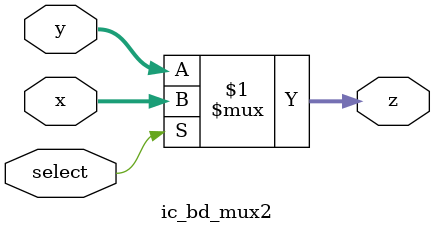
<source format=v>
module ic_bd_mux2 (
			select,
			x,
			y,
			z
		);

input 			select;
input	[95:0] 	x,
				      y;
output	[95:0]	z;
				
assign z = (select) ? x : y;
		
endmodule 

</source>
